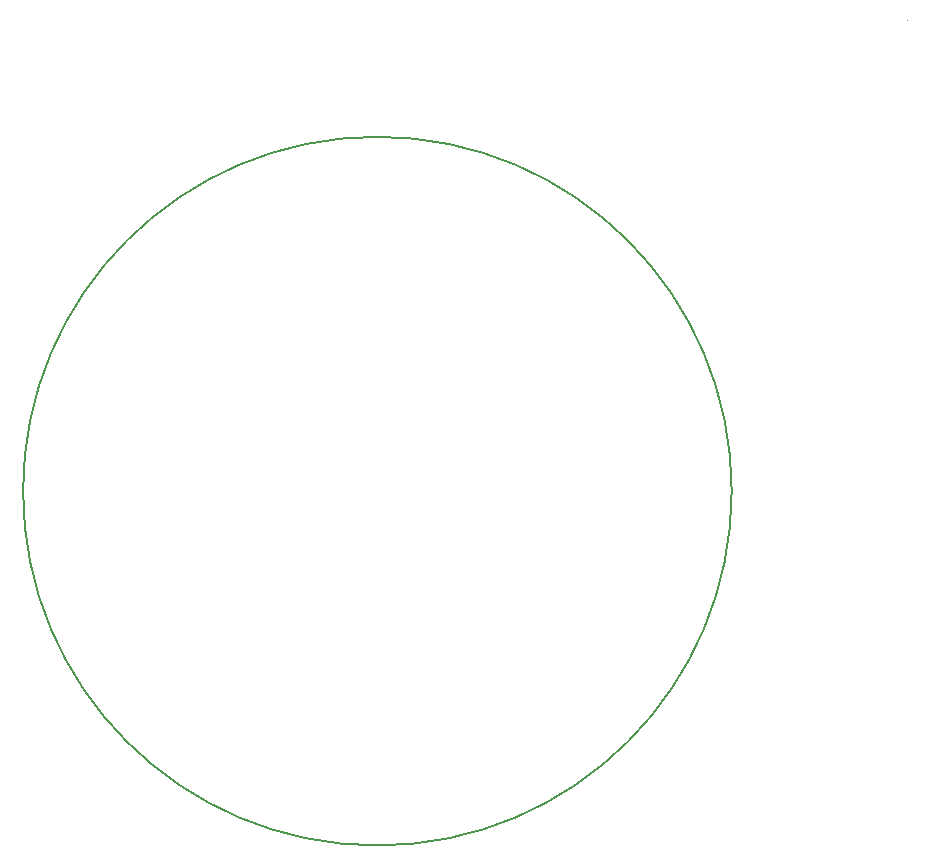
<source format=gbr>
%TF.GenerationSoftware,KiCad,Pcbnew,(6.0.7-1)-1*%
%TF.CreationDate,2022-10-19T21:48:05+05:30*%
%TF.ProjectId,Ac Temp Control V2,41632054-656d-4702-9043-6f6e74726f6c,rev?*%
%TF.SameCoordinates,Original*%
%TF.FileFunction,Profile,NP*%
%FSLAX46Y46*%
G04 Gerber Fmt 4.6, Leading zero omitted, Abs format (unit mm)*
G04 Created by KiCad (PCBNEW (6.0.7-1)-1) date 2022-10-19 21:48:05*
%MOMM*%
%LPD*%
G01*
G04 APERTURE LIST*
%TA.AperFunction,Profile*%
%ADD10C,0.100000*%
%TD*%
%TA.AperFunction,Profile*%
%ADD11C,0.150000*%
%TD*%
G04 APERTURE END LIST*
D10*
X189350001Y-64700000D02*
G75*
G03*
X189350001Y-64700000I-1J0D01*
G01*
D11*
X174481802Y-104531802D02*
G75*
G03*
X174481802Y-104531802I-30000000J0D01*
G01*
M02*

</source>
